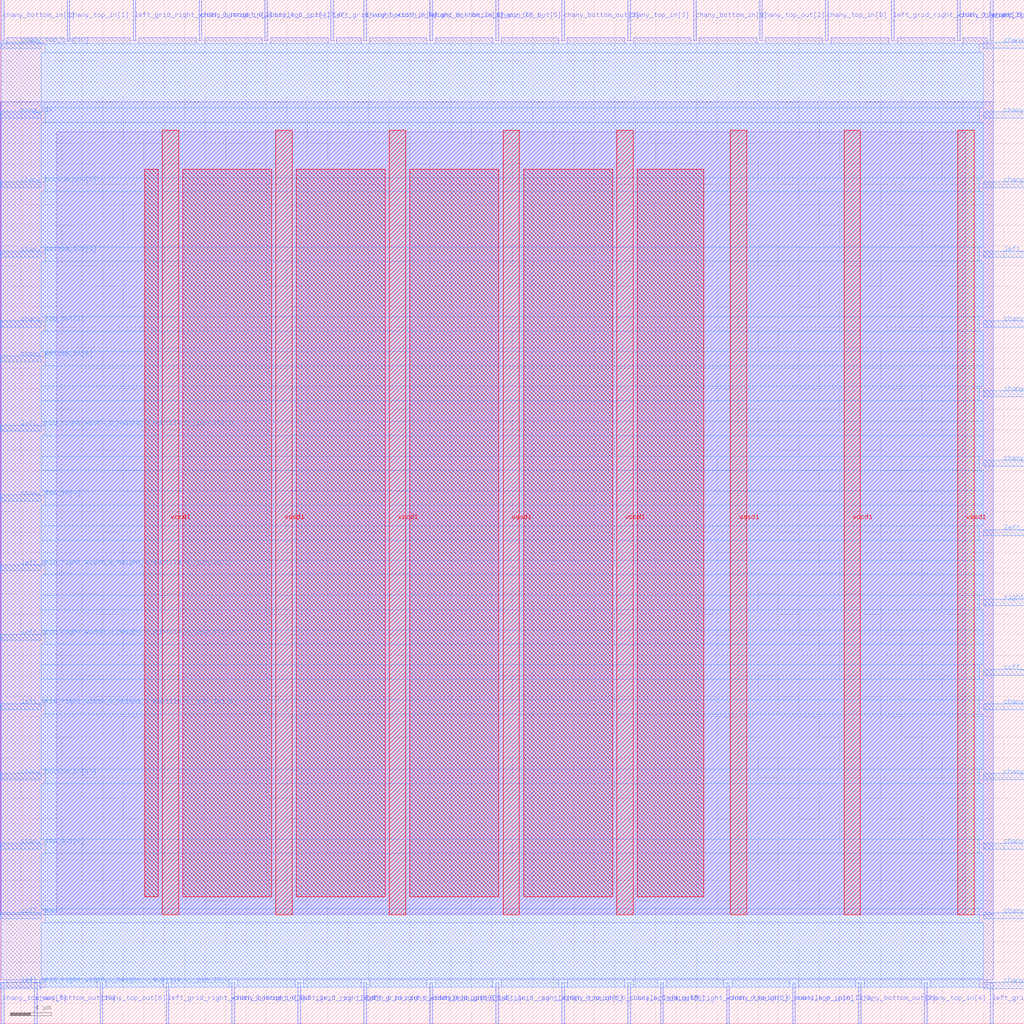
<source format=lef>
VERSION 5.7 ;
  NOWIREEXTENSIONATPIN ON ;
  DIVIDERCHAR "/" ;
  BUSBITCHARS "[]" ;
MACRO cby_1__1_
  CLASS BLOCK ;
  FOREIGN cby_1__1_ ;
  ORIGIN 0.000 0.000 ;
  SIZE 100.000 BY 100.000 ;
  PIN ccff_head
    PORT
      LAYER met3 ;
        RECT 0.000 10.240 4.000 10.840 ;
    END
  END ccff_head
  PIN ccff_tail
    PORT
      LAYER met3 ;
        RECT 96.000 34.040 100.000 34.640 ;
    END
  END ccff_tail
  PIN chany_bottom_in[0]
    PORT
      LAYER met3 ;
        RECT 96.000 3.440 100.000 4.040 ;
    END
  END chany_bottom_in[0]
  PIN chany_bottom_in[10]
    PORT
      LAYER met3 ;
        RECT 0.000 23.840 4.000 24.440 ;
    END
  END chany_bottom_in[10]
  PIN chany_bottom_in[1]
    PORT
      LAYER met2 ;
        RECT 41.950 96.000 42.230 100.000 ;
    END
  END chany_bottom_in[1]
  PIN chany_bottom_in[2]
    PORT
      LAYER met2 ;
        RECT 19.410 96.000 19.690 100.000 ;
    END
  END chany_bottom_in[2]
  PIN chany_bottom_in[3]
    PORT
      LAYER met2 ;
        RECT 0.090 96.000 0.370 100.000 ;
    END
  END chany_bottom_in[3]
  PIN chany_bottom_in[4]
    PORT
      LAYER met3 ;
        RECT 0.000 64.640 4.000 65.240 ;
    END
  END chany_bottom_in[4]
  PIN chany_bottom_in[5]
    PORT
      LAYER met3 ;
        RECT 96.000 68.040 100.000 68.640 ;
    END
  END chany_bottom_in[5]
  PIN chany_bottom_in[6]
    PORT
      LAYER met3 ;
        RECT 96.000 17.040 100.000 17.640 ;
    END
  END chany_bottom_in[6]
  PIN chany_bottom_in[7]
    PORT
      LAYER met2 ;
        RECT 22.630 0.000 22.910 4.000 ;
    END
  END chany_bottom_in[7]
  PIN chany_bottom_in[8]
    PORT
      LAYER met2 ;
        RECT 35.510 96.000 35.790 100.000 ;
    END
  END chany_bottom_in[8]
  PIN chany_bottom_in[9]
    PORT
      LAYER met2 ;
        RECT 67.710 96.000 67.990 100.000 ;
    END
  END chany_bottom_in[9]
  PIN chany_bottom_out[0]
    PORT
      LAYER met2 ;
        RECT 61.270 0.000 61.550 4.000 ;
    END
  END chany_bottom_out[0]
  PIN chany_bottom_out[10]
    PORT
      LAYER met2 ;
        RECT 3.310 0.000 3.590 4.000 ;
    END
  END chany_bottom_out[10]
  PIN chany_bottom_out[1]
    PORT
      LAYER met3 ;
        RECT 96.000 54.440 100.000 55.040 ;
    END
  END chany_bottom_out[1]
  PIN chany_bottom_out[2]
    PORT
      LAYER met3 ;
        RECT 96.000 30.640 100.000 31.240 ;
    END
  END chany_bottom_out[2]
  PIN chany_bottom_out[3]
    PORT
      LAYER met2 ;
        RECT 54.830 96.000 55.110 100.000 ;
    END
  END chany_bottom_out[3]
  PIN chany_bottom_out[4]
    PORT
      LAYER met3 ;
        RECT 96.000 88.440 100.000 89.040 ;
    END
  END chany_bottom_out[4]
  PIN chany_bottom_out[5]
    PORT
      LAYER met3 ;
        RECT 0.000 74.840 4.000 75.440 ;
    END
  END chany_bottom_out[5]
  PIN chany_bottom_out[6]
    PORT
      LAYER met3 ;
        RECT 96.000 61.240 100.000 61.840 ;
    END
  END chany_bottom_out[6]
  PIN chany_bottom_out[7]
    PORT
      LAYER met3 ;
        RECT 0.000 81.640 4.000 82.240 ;
    END
  END chany_bottom_out[7]
  PIN chany_bottom_out[8]
    PORT
      LAYER met3 ;
        RECT 96.000 95.240 100.000 95.840 ;
    END
  END chany_bottom_out[8]
  PIN chany_bottom_out[9]
    PORT
      LAYER met2 ;
        RECT 83.810 0.000 84.090 4.000 ;
    END
  END chany_bottom_out[9]
  PIN chany_top_in[0]
    PORT
      LAYER met2 ;
        RECT 77.370 0.000 77.650 4.000 ;
    END
  END chany_top_in[0]
  PIN chany_top_in[10]
    PORT
      LAYER met2 ;
        RECT 41.950 0.000 42.230 4.000 ;
    END
  END chany_top_in[10]
  PIN chany_top_in[1]
    PORT
      LAYER met2 ;
        RECT 6.530 96.000 6.810 100.000 ;
    END
  END chany_top_in[1]
  PIN chany_top_in[2]
    PORT
      LAYER met2 ;
        RECT 70.930 0.000 71.210 4.000 ;
    END
  END chany_top_in[2]
  PIN chany_top_in[3]
    PORT
      LAYER met2 ;
        RECT 61.270 96.000 61.550 100.000 ;
    END
  END chany_top_in[3]
  PIN chany_top_in[4]
    PORT
      LAYER met2 ;
        RECT 90.250 0.000 90.530 4.000 ;
    END
  END chany_top_in[4]
  PIN chany_top_in[5]
    PORT
      LAYER met3 ;
        RECT 96.000 10.240 100.000 10.840 ;
    END
  END chany_top_in[5]
  PIN chany_top_in[6]
    PORT
      LAYER met2 ;
        RECT 54.830 0.000 55.110 4.000 ;
    END
  END chany_top_in[6]
  PIN chany_top_in[7]
    PORT
      LAYER met3 ;
        RECT 96.000 23.840 100.000 24.440 ;
    END
  END chany_top_in[7]
  PIN chany_top_in[8]
    PORT
      LAYER met2 ;
        RECT 80.590 96.000 80.870 100.000 ;
    END
  END chany_top_in[8]
  PIN chany_top_in[9]
    PORT
      LAYER met3 ;
        RECT 0.000 51.040 4.000 51.640 ;
    END
  END chany_top_in[9]
  PIN chany_top_out[0]
    PORT
      LAYER met3 ;
        RECT 0.000 17.040 4.000 17.640 ;
    END
  END chany_top_out[0]
  PIN chany_top_out[10]
    PORT
      LAYER met3 ;
        RECT 0.000 95.240 4.000 95.840 ;
    END
  END chany_top_out[10]
  PIN chany_top_out[1]
    PORT
      LAYER met3 ;
        RECT 0.000 68.040 4.000 68.640 ;
    END
  END chany_top_out[1]
  PIN chany_top_out[2]
    PORT
      LAYER met2 ;
        RECT 74.150 96.000 74.430 100.000 ;
    END
  END chany_top_out[2]
  PIN chany_top_out[3]
    PORT
      LAYER met2 ;
        RECT 93.470 96.000 93.750 100.000 ;
    END
  END chany_top_out[3]
  PIN chany_top_out[4]
    PORT
      LAYER met2 ;
        RECT 25.850 96.000 26.130 100.000 ;
    END
  END chany_top_out[4]
  PIN chany_top_out[5]
    PORT
      LAYER met2 ;
        RECT 48.390 96.000 48.670 100.000 ;
    END
  END chany_top_out[5]
  PIN chany_top_out[6]
    PORT
      LAYER met2 ;
        RECT 9.750 0.000 10.030 4.000 ;
    END
  END chany_top_out[6]
  PIN chany_top_out[7]
    PORT
      LAYER met2 ;
        RECT 0.090 0.000 0.370 4.000 ;
    END
  END chany_top_out[7]
  PIN chany_top_out[8]
    PORT
      LAYER met3 ;
        RECT 96.000 81.640 100.000 82.240 ;
    END
  END chany_top_out[8]
  PIN chany_top_out[9]
    PORT
      LAYER met2 ;
        RECT 96.690 96.000 96.970 100.000 ;
    END
  END chany_top_out[9]
  PIN left_grid_right_width_0_height_0_subtile_0__pin_I4_0_
    PORT
      LAYER met2 ;
        RECT 35.510 0.000 35.790 4.000 ;
    END
  END left_grid_right_width_0_height_0_subtile_0__pin_I4_0_
  PIN left_grid_right_width_0_height_0_subtile_0__pin_I4_1_
    PORT
      LAYER met3 ;
        RECT 96.000 74.840 100.000 75.440 ;
    END
  END left_grid_right_width_0_height_0_subtile_0__pin_I4_1_
  PIN left_grid_right_width_0_height_0_subtile_0__pin_I4_2_
    PORT
      LAYER met2 ;
        RECT 96.690 0.000 96.970 4.000 ;
    END
  END left_grid_right_width_0_height_0_subtile_0__pin_I4_2_
  PIN left_grid_right_width_0_height_0_subtile_0__pin_I4i_0_
    PORT
      LAYER met3 ;
        RECT 0.000 30.640 4.000 31.240 ;
    END
  END left_grid_right_width_0_height_0_subtile_0__pin_I4i_0_
  PIN left_grid_right_width_0_height_0_subtile_0__pin_I5_0_
    PORT
      LAYER met3 ;
        RECT 0.000 3.440 4.000 4.040 ;
    END
  END left_grid_right_width_0_height_0_subtile_0__pin_I5_0_
  PIN left_grid_right_width_0_height_0_subtile_0__pin_I5_1_
    PORT
      LAYER met2 ;
        RECT 16.190 0.000 16.470 4.000 ;
    END
  END left_grid_right_width_0_height_0_subtile_0__pin_I5_1_
  PIN left_grid_right_width_0_height_0_subtile_0__pin_I5_2_
    PORT
      LAYER met2 ;
        RECT 29.070 0.000 29.350 4.000 ;
    END
  END left_grid_right_width_0_height_0_subtile_0__pin_I5_2_
  PIN left_grid_right_width_0_height_0_subtile_0__pin_I5i_0_
    PORT
      LAYER met3 ;
        RECT 0.000 57.840 4.000 58.440 ;
    END
  END left_grid_right_width_0_height_0_subtile_0__pin_I5i_0_
  PIN left_grid_right_width_0_height_0_subtile_0__pin_I6_0_
    PORT
      LAYER met3 ;
        RECT 96.000 47.640 100.000 48.240 ;
    END
  END left_grid_right_width_0_height_0_subtile_0__pin_I6_0_
  PIN left_grid_right_width_0_height_0_subtile_0__pin_I6_1_
    PORT
      LAYER met2 ;
        RECT 48.390 0.000 48.670 4.000 ;
    END
  END left_grid_right_width_0_height_0_subtile_0__pin_I6_1_
  PIN left_grid_right_width_0_height_0_subtile_0__pin_I6_2_
    PORT
      LAYER met3 ;
        RECT 0.000 44.240 4.000 44.840 ;
    END
  END left_grid_right_width_0_height_0_subtile_0__pin_I6_2_
  PIN left_grid_right_width_0_height_0_subtile_0__pin_I6i_0_
    PORT
      LAYER met2 ;
        RECT 87.030 96.000 87.310 100.000 ;
    END
  END left_grid_right_width_0_height_0_subtile_0__pin_I6i_0_
  PIN left_grid_right_width_0_height_0_subtile_0__pin_I7_0_
    PORT
      LAYER met2 ;
        RECT 12.970 96.000 13.250 100.000 ;
    END
  END left_grid_right_width_0_height_0_subtile_0__pin_I7_0_
  PIN left_grid_right_width_0_height_0_subtile_0__pin_I7_1_
    PORT
      LAYER met2 ;
        RECT 32.290 96.000 32.570 100.000 ;
    END
  END left_grid_right_width_0_height_0_subtile_0__pin_I7_1_
  PIN left_grid_right_width_0_height_0_subtile_0__pin_I7_2_
    PORT
      LAYER met2 ;
        RECT 64.490 0.000 64.770 4.000 ;
    END
  END left_grid_right_width_0_height_0_subtile_0__pin_I7_2_
  PIN left_grid_right_width_0_height_0_subtile_0__pin_I7i_0_
    PORT
      LAYER met3 ;
        RECT 0.000 37.440 4.000 38.040 ;
    END
  END left_grid_right_width_0_height_0_subtile_0__pin_I7i_0_
  PIN prog_clk
    PORT
      LAYER met3 ;
        RECT 0.000 88.440 4.000 89.040 ;
    END
  END prog_clk
  PIN right_grid_left_width_0_height_0_subtile_0__pin_clk_0_
    PORT
      LAYER met3 ;
        RECT 96.000 40.840 100.000 41.440 ;
    END
  END right_grid_left_width_0_height_0_subtile_0__pin_clk_0_
  PIN vccd1
    PORT
      LAYER met4 ;
        RECT 82.400 10.640 84.000 87.280 ;
    END
    PORT
      LAYER met4 ;
        RECT 60.205 10.640 61.805 87.280 ;
    END
    PORT
      LAYER met4 ;
        RECT 38.010 10.640 39.610 87.280 ;
    END
    PORT
      LAYER met4 ;
        RECT 15.815 10.640 17.415 87.280 ;
    END
  END vccd1
  PIN vssd1
    PORT
      LAYER met4 ;
        RECT 93.495 10.640 95.095 87.280 ;
    END
    PORT
      LAYER met4 ;
        RECT 71.300 10.640 72.900 87.280 ;
    END
    PORT
      LAYER met4 ;
        RECT 49.105 10.640 50.705 87.280 ;
    END
    PORT
      LAYER met4 ;
        RECT 26.910 10.640 28.510 87.280 ;
    END
  END vssd1
  OBS
      LAYER li1 ;
        RECT 5.520 10.795 94.300 87.125 ;
      LAYER met1 ;
        RECT 0.070 10.640 96.990 90.060 ;
      LAYER met2 ;
        RECT 0.650 95.720 6.250 96.290 ;
        RECT 7.090 95.720 12.690 96.290 ;
        RECT 13.530 95.720 19.130 96.290 ;
        RECT 19.970 95.720 25.570 96.290 ;
        RECT 26.410 95.720 32.010 96.290 ;
        RECT 32.850 95.720 35.230 96.290 ;
        RECT 36.070 95.720 41.670 96.290 ;
        RECT 42.510 95.720 48.110 96.290 ;
        RECT 48.950 95.720 54.550 96.290 ;
        RECT 55.390 95.720 60.990 96.290 ;
        RECT 61.830 95.720 67.430 96.290 ;
        RECT 68.270 95.720 73.870 96.290 ;
        RECT 74.710 95.720 80.310 96.290 ;
        RECT 81.150 95.720 86.750 96.290 ;
        RECT 87.590 95.720 93.190 96.290 ;
        RECT 94.030 95.720 96.410 96.290 ;
        RECT 0.100 4.280 96.960 95.720 ;
        RECT 0.650 3.555 3.030 4.280 ;
        RECT 3.870 3.555 9.470 4.280 ;
        RECT 10.310 3.555 15.910 4.280 ;
        RECT 16.750 3.555 22.350 4.280 ;
        RECT 23.190 3.555 28.790 4.280 ;
        RECT 29.630 3.555 35.230 4.280 ;
        RECT 36.070 3.555 41.670 4.280 ;
        RECT 42.510 3.555 48.110 4.280 ;
        RECT 48.950 3.555 54.550 4.280 ;
        RECT 55.390 3.555 60.990 4.280 ;
        RECT 61.830 3.555 64.210 4.280 ;
        RECT 65.050 3.555 70.650 4.280 ;
        RECT 71.490 3.555 77.090 4.280 ;
        RECT 77.930 3.555 83.530 4.280 ;
        RECT 84.370 3.555 89.970 4.280 ;
        RECT 90.810 3.555 96.410 4.280 ;
      LAYER met3 ;
        RECT 4.400 94.840 95.600 95.705 ;
        RECT 4.000 89.440 96.000 94.840 ;
        RECT 4.400 88.040 95.600 89.440 ;
        RECT 4.000 82.640 96.000 88.040 ;
        RECT 4.400 81.240 95.600 82.640 ;
        RECT 4.000 75.840 96.000 81.240 ;
        RECT 4.400 74.440 95.600 75.840 ;
        RECT 4.000 69.040 96.000 74.440 ;
        RECT 4.400 67.640 95.600 69.040 ;
        RECT 4.000 65.640 96.000 67.640 ;
        RECT 4.400 64.240 96.000 65.640 ;
        RECT 4.000 62.240 96.000 64.240 ;
        RECT 4.000 60.840 95.600 62.240 ;
        RECT 4.000 58.840 96.000 60.840 ;
        RECT 4.400 57.440 96.000 58.840 ;
        RECT 4.000 55.440 96.000 57.440 ;
        RECT 4.000 54.040 95.600 55.440 ;
        RECT 4.000 52.040 96.000 54.040 ;
        RECT 4.400 50.640 96.000 52.040 ;
        RECT 4.000 48.640 96.000 50.640 ;
        RECT 4.000 47.240 95.600 48.640 ;
        RECT 4.000 45.240 96.000 47.240 ;
        RECT 4.400 43.840 96.000 45.240 ;
        RECT 4.000 41.840 96.000 43.840 ;
        RECT 4.000 40.440 95.600 41.840 ;
        RECT 4.000 38.440 96.000 40.440 ;
        RECT 4.400 37.040 96.000 38.440 ;
        RECT 4.000 35.040 96.000 37.040 ;
        RECT 4.000 33.640 95.600 35.040 ;
        RECT 4.000 31.640 96.000 33.640 ;
        RECT 4.400 30.240 95.600 31.640 ;
        RECT 4.000 24.840 96.000 30.240 ;
        RECT 4.400 23.440 95.600 24.840 ;
        RECT 4.000 18.040 96.000 23.440 ;
        RECT 4.400 16.640 95.600 18.040 ;
        RECT 4.000 11.240 96.000 16.640 ;
        RECT 4.400 9.840 95.600 11.240 ;
        RECT 4.000 4.440 96.000 9.840 ;
        RECT 4.400 3.575 95.600 4.440 ;
      LAYER met4 ;
        RECT 14.095 12.415 15.415 83.465 ;
        RECT 17.815 12.415 26.510 83.465 ;
        RECT 28.910 12.415 37.610 83.465 ;
        RECT 40.010 12.415 48.705 83.465 ;
        RECT 51.105 12.415 59.805 83.465 ;
        RECT 62.205 12.415 68.705 83.465 ;
  END
END cby_1__1_
END LIBRARY


</source>
